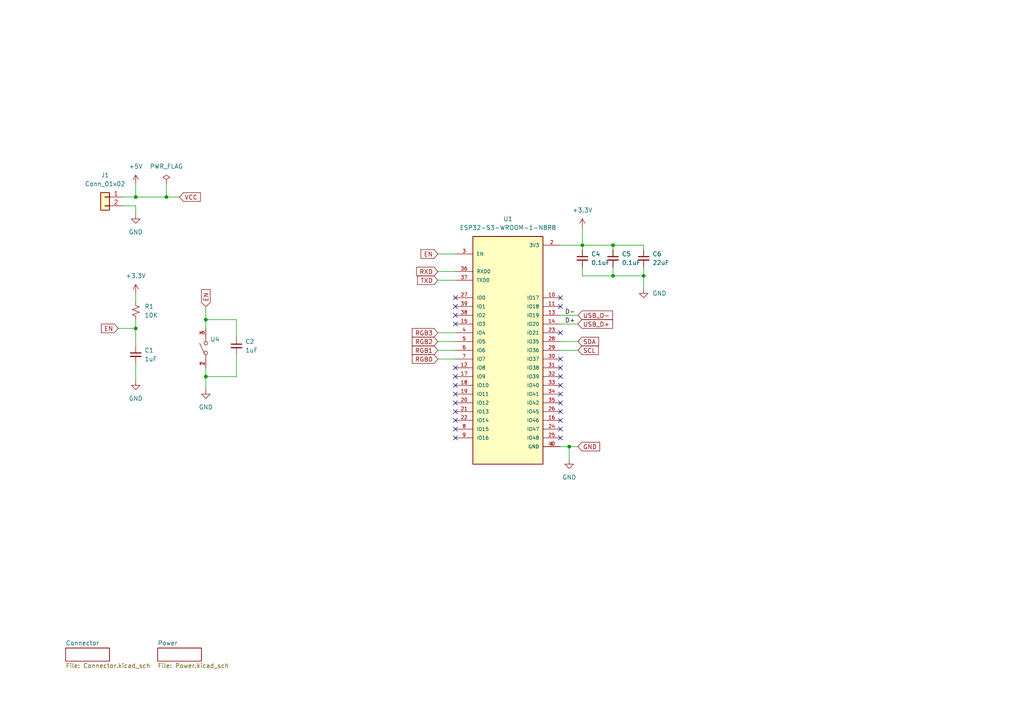
<source format=kicad_sch>
(kicad_sch (version 20211123) (generator eeschema)
  (paper "A4")
  (lib_symbols
    (symbol "Connector_Generic:Conn_01x02" (pin_names (offset 1.016) hide)
      (property "Reference" "J" (at 0 2.54 0))
      (property "Value" "Conn_01x02" (at 0 -5.08 0))
      (symbol "Conn_01x02_1_1"
        (rectangle (start -1.27 -2.413) (end 0 -2.667) (stroke (width 0.1524)))
        (rectangle (start -1.27 0.127) (end 0 -0.127) (stroke (width 0.1524)))
        (rectangle (start -1.27 1.27) (end 1.27 -3.81) (stroke (width 0.254)) (fill (type background)))
        (pin passive line (at -5.08 0 0) (length 3.81) (name "Pin_1") (number "1"))
        (pin passive line (at -5.08 -2.54 0) (length 3.81) (name "Pin_2") (number "2"))
      )
    )
    (symbol "Device:C_Small" (pin_numbers hide) (pin_names (offset 0.254) hide)
      (property "Reference" "C" (at 0.254 1.778 0))
      (property "Value" "C_Small" (at 0.254 -2.032 0))
      (symbol "C_Small_0_1"
        (polyline (pts (xy -1.524 -0.508) (xy 1.524 -0.508)) (stroke (width 0.3302)))
        (polyline (pts (xy -1.524 0.508) (xy 1.524 0.508)) (stroke (width 0.3048)))
      )
      (symbol "C_Small_1_1"
        (pin passive line (at 0 2.54 270) (length 2.032) (name "~") (number "1"))
        (pin passive line (at 0 -2.54 90) (length 2.032) (name "~") (number "2"))
      )
    )
    (symbol "Device:R_Small_US" (pin_numbers hide) (pin_names (offset 0.254) hide)
      (property "Reference" "R" (at 0.762 0.508 0))
      (property "Value" "R_Small_US" (at 0.762 -1.016 0))
      (symbol "R_Small_US_1_1"
        (polyline (pts (xy 0 0) (xy 1.016 -0.381) (xy 0 -0.762) (xy -1.016 -1.143) (xy 0 -1.524)))
        (polyline (pts (xy 0 1.524) (xy 1.016 1.143) (xy 0 0.762) (xy -1.016 0.381) (xy 0 0)))
        (pin passive line (at 0 2.54 270) (length 1.016) (name "~") (number "1"))
        (pin passive line (at 0 -2.54 90) (length 1.016) (name "~") (number "2"))
      )
    )
    (symbol "Dotworld:Tactile_Switch"
      (property "Reference" "U" (at 0 6.35 0))
      (property "Value" "Tactile_Switch" (at 0 0 0))
      (property "Footprint" "Dotworld:Tactile_Switch" (at 0 0 0))
      (symbol "Tactile_Switch_0_1"
        (circle (center -0.762 2.54) (radius 0.508))
        (polyline (pts (xy -2.54 2.54) (xy -1.27 2.54)))
        (polyline (pts (xy -0.762 3.048) (xy 2.032 4.318)))
        (polyline (pts (xy 3.81 2.54) (xy 2.54 2.54)))
        (circle (center 2.032 2.54) (radius 0.508))
      )
      (symbol "Tactile_Switch_1_1"
        (pin input line (at -5.08 2.54 0) (length 2.54) (name "") (number "1"))
        (pin input line (at -5.08 2.54 0) (length 2.54) (name "") (number "2"))
        (pin input line (at 6.35 2.54 180) (length 2.54) (name "") (number "3"))
        (pin input line (at 6.35 2.54 180) (length 2.54) (name "") (number "4"))
      )
    )
    (symbol "ESP32-S3:ESP32-S3-WROOM-1-N8R8" (pin_names (offset 1.016))
      (property "Reference" "U" (at -10.16 34.1122 0))
      (property "Value" "ESP32-S3-WROOM-1-N8R8" (at -10.16 -35.56 0))
      (symbol "ESP32-S3-WROOM-1-N8R8_0_0"
        (rectangle (start -10.16 -33.02) (end 10.16 33.02) (stroke (width 0.254)) (fill (type background)))
        (pin power_in line (at 15.24 -27.94 180) (length 5.08) (name "GND") (number "1"))
        (pin bidirectional line (at 15.24 15.24 180) (length 5.08) (name "IO17") (number "10"))
        (pin bidirectional line (at 15.24 12.7 180) (length 5.08) (name "IO18") (number "11"))
        (pin bidirectional line (at -15.24 -5.08 0) (length 5.08) (name "IO8") (number "12"))
        (pin bidirectional line (at 15.24 10.16 180) (length 5.08) (name "IO19") (number "13"))
        (pin bidirectional line (at 15.24 7.62 180) (length 5.08) (name "IO20") (number "14"))
        (pin bidirectional line (at -15.24 7.62 0) (length 5.08) (name "IO3") (number "15"))
        (pin bidirectional line (at 15.24 -20.32 180) (length 5.08) (name "IO46") (number "16"))
        (pin bidirectional line (at -15.24 -7.62 0) (length 5.08) (name "IO9") (number "17"))
        (pin bidirectional line (at -15.24 -10.16 0) (length 5.08) (name "IO10") (number "18"))
        (pin bidirectional line (at -15.24 -12.7 0) (length 5.08) (name "IO11") (number "19"))
        (pin power_in line (at 15.24 30.48 180) (length 5.08) (name "3V3") (number "2"))
        (pin bidirectional line (at -15.24 -15.24 0) (length 5.08) (name "IO12") (number "20"))
        (pin bidirectional line (at -15.24 -17.78 0) (length 5.08) (name "IO13") (number "21"))
        (pin bidirectional line (at -15.24 -20.32 0) (length 5.08) (name "IO14") (number "22"))
        (pin bidirectional line (at 15.24 5.08 180) (length 5.08) (name "IO21") (number "23"))
        (pin bidirectional line (at 15.24 -22.86 180) (length 5.08) (name "IO47") (number "24"))
        (pin bidirectional line (at 15.24 -25.4 180) (length 5.08) (name "IO48") (number "25"))
        (pin bidirectional line (at 15.24 -17.78 180) (length 5.08) (name "IO45") (number "26"))
        (pin bidirectional line (at -15.24 15.24 0) (length 5.08) (name "IO0") (number "27"))
        (pin bidirectional line (at 15.24 2.54 180) (length 5.08) (name "IO35") (number "28"))
        (pin bidirectional line (at 15.24 0 180) (length 5.08) (name "IO36") (number "29"))
        (pin input line (at -15.24 27.94 0) (length 5.08) (name "EN") (number "3"))
        (pin bidirectional line (at 15.24 -2.54 180) (length 5.08) (name "IO37") (number "30"))
        (pin bidirectional line (at 15.24 -5.08 180) (length 5.08) (name "IO38") (number "31"))
        (pin bidirectional line (at 15.24 -7.62 180) (length 5.08) (name "IO39") (number "32"))
        (pin bidirectional line (at 15.24 -10.16 180) (length 5.08) (name "IO40") (number "33"))
        (pin bidirectional line (at 15.24 -12.7 180) (length 5.08) (name "IO41") (number "34"))
        (pin bidirectional line (at 15.24 -15.24 180) (length 5.08) (name "IO42") (number "35"))
        (pin bidirectional line (at -15.24 22.86 0) (length 5.08) (name "RXD0") (number "36"))
        (pin bidirectional line (at -15.24 20.32 0) (length 5.08) (name "TXD0") (number "37"))
        (pin bidirectional line (at -15.24 10.16 0) (length 5.08) (name "IO2") (number "38"))
        (pin bidirectional line (at -15.24 12.7 0) (length 5.08) (name "IO1") (number "39"))
        (pin bidirectional line (at -15.24 5.08 0) (length 5.08) (name "IO4") (number "4"))
        (pin power_in line (at 15.24 -27.94 180) (length 5.08) (name "GND") (number "40"))
        (pin bidirectional line (at -15.24 2.54 0) (length 5.08) (name "IO5") (number "5"))
        (pin bidirectional line (at -15.24 0 0) (length 5.08) (name "IO6") (number "6"))
        (pin bidirectional line (at -15.24 -2.54 0) (length 5.08) (name "IO7") (number "7"))
        (pin bidirectional line (at -15.24 -22.86 0) (length 5.08) (name "IO15") (number "8"))
        (pin bidirectional line (at -15.24 -25.4 0) (length 5.08) (name "IO16") (number "9"))
      )
    )
    (symbol "power:+3.3V" (power) (pin_names (offset 0))
      (property "Value" "+3.3V" (at 0 3.556 0))
      (symbol "+3.3V_0_1"
        (polyline (pts (xy -0.762 1.27) (xy 0 2.54)))
        (polyline (pts (xy 0 0) (xy 0 2.54)))
        (polyline (pts (xy 0 2.54) (xy 0.762 1.27)))
      )
      (symbol "+3.3V_1_1"
        (pin power_in line (at 0 0 90) (length 0) hide (name "+3.3V") (number "1"))
      )
    )
    (symbol "power:+5V" (power) (pin_names (offset 0))
      (property "Value" "+5V" (at 0 3.556 0))
      (symbol "+5V_0_1"
        (polyline (pts (xy -0.762 1.27) (xy 0 2.54)))
        (polyline (pts (xy 0 0) (xy 0 2.54)))
        (polyline (pts (xy 0 2.54) (xy 0.762 1.27)))
      )
      (symbol "+5V_1_1"
        (pin power_in line (at 0 0 90) (length 0) hide (name "+5V") (number "1"))
      )
    )
    (symbol "power:GND" (power) (pin_names (offset 0))
      (property "Value" "GND" (at 0 -3.81 0))
      (symbol "GND_0_1"
        (polyline (pts (xy 0 0) (xy 0 -1.27) (xy 1.27 -1.27) (xy 0 -2.54) (xy -1.27 -1.27) (xy 0 -1.27)))
      )
      (symbol "GND_1_1"
        (pin power_in line (at 0 0 270) (length 0) hide (name "GND") (number "1"))
      )
    )
    (symbol "power:PWR_FLAG" (power) (pin_numbers hide) (pin_names (offset 0) hide)
      (property "Value" "PWR_FLAG" (at 0 3.81 0))
      (symbol "PWR_FLAG_0_0"
        (pin power_out line (at 0 0 90) (length 0) (name "pwr") (number "1"))
      )
      (symbol "PWR_FLAG_0_1"
        (polyline (pts (xy 0 0) (xy 0 1.27) (xy -1.016 1.905) (xy 0 2.54) (xy 1.016 1.905) (xy 0 1.27)))
      )
    )
  )
  (junction (at 165.1 129.54))
  (junction (at 168.91 71.12))
  (junction (at 59.69 109.22))
  (junction (at 186.69 80.01))
  (junction (at 177.8 80.01))
  (junction (at 59.69 92.71))
  (junction (at 177.8 71.12))
  (junction (at 39.37 95.25))
  (junction (at 39.37 57.15))
  (junction (at 48.26 57.15))
  (no_connect (at 162.56 86.36))
  (no_connect (at 162.56 119.38))
  (no_connect (at 162.56 96.52))
  (no_connect (at 162.56 121.92))
  (no_connect (at 132.08 124.46))
  (no_connect (at 132.08 116.84))
  (no_connect (at 132.08 109.22))
  (no_connect (at 162.56 116.84))
  (no_connect (at 162.56 106.68))
  (no_connect (at 132.08 119.38))
  (no_connect (at 162.56 104.14))
  (no_connect (at 162.56 124.46))
  (no_connect (at 162.56 114.3))
  (no_connect (at 132.08 91.44))
  (no_connect (at 162.56 88.9))
  (no_connect (at 132.08 86.36))
  (no_connect (at 132.08 114.3))
  (no_connect (at 132.08 127))
  (no_connect (at 132.08 93.98))
  (no_connect (at 132.08 106.68))
  (no_connect (at 132.08 88.9))
  (no_connect (at 162.56 109.22))
  (no_connect (at 132.08 121.92))
  (no_connect (at 162.56 111.76))
  (no_connect (at 132.08 111.76))
  (no_connect (at 162.56 127))
  (wire (pts (xy 168.91 71.12) (xy 177.8 71.12)))
  (wire (pts (xy 39.37 105.41) (xy 39.37 110.49)))
  (wire (pts (xy 186.69 80.01) (xy 186.69 77.47)))
  (wire (pts (xy 167.64 129.54) (xy 165.1 129.54)))
  (wire (pts (xy 35.56 57.15) (xy 39.37 57.15)))
  (wire (pts (xy 35.56 59.69) (xy 39.37 59.69)))
  (wire (pts (xy 127 73.66) (xy 132.08 73.66)))
  (wire (pts (xy 127 99.06) (xy 132.08 99.06)))
  (wire (pts (xy 48.26 57.15) (xy 52.07 57.15)))
  (wire (pts (xy 39.37 53.34) (xy 39.37 57.15)))
  (wire (pts (xy 127 96.52) (xy 132.08 96.52)))
  (wire (pts (xy 168.91 71.12) (xy 168.91 72.39)))
  (wire (pts (xy 186.69 72.39) (xy 186.69 71.12)))
  (wire (pts (xy 68.58 109.22) (xy 59.69 109.22)))
  (wire (pts (xy 59.69 92.71) (xy 59.69 95.25)))
  (wire (pts (xy 177.8 71.12) (xy 177.8 72.39)))
  (wire (pts (xy 127 101.6) (xy 132.08 101.6)))
  (wire (pts (xy 168.91 77.47) (xy 168.91 80.01)))
  (wire (pts (xy 39.37 85.09) (xy 39.37 87.63)))
  (wire (pts (xy 168.91 71.12) (xy 162.56 71.12)))
  (wire (pts (xy 168.91 80.01) (xy 177.8 80.01)))
  (wire (pts (xy 186.69 80.01) (xy 186.69 83.82)))
  (wire (pts (xy 68.58 92.71) (xy 59.69 92.71)))
  (wire (pts (xy 48.26 53.34) (xy 48.26 57.15)))
  (wire (pts (xy 59.69 113.03) (xy 59.69 109.22)))
  (wire (pts (xy 177.8 71.12) (xy 186.69 71.12)))
  (wire (pts (xy 68.58 102.87) (xy 68.58 109.22)))
  (wire (pts (xy 168.91 66.04) (xy 168.91 71.12)))
  (wire (pts (xy 39.37 95.25) (xy 39.37 100.33)))
  (wire (pts (xy 162.56 93.98) (xy 167.64 93.98)))
  (wire (pts (xy 177.8 80.01) (xy 186.69 80.01)))
  (wire (pts (xy 167.64 101.6) (xy 162.56 101.6)))
  (wire (pts (xy 39.37 92.71) (xy 39.37 95.25)))
  (wire (pts (xy 177.8 77.47) (xy 177.8 80.01)))
  (wire (pts (xy 127 104.14) (xy 132.08 104.14)))
  (wire (pts (xy 127 81.28) (xy 132.08 81.28)))
  (wire (pts (xy 165.1 129.54) (xy 165.1 133.35)))
  (wire (pts (xy 59.69 88.9) (xy 59.69 92.71)))
  (wire (pts (xy 127 78.74) (xy 132.08 78.74)))
  (wire (pts (xy 165.1 129.54) (xy 162.56 129.54)))
  (wire (pts (xy 39.37 57.15) (xy 48.26 57.15)))
  (wire (pts (xy 34.29 95.25) (xy 39.37 95.25)))
  (wire (pts (xy 167.64 99.06) (xy 162.56 99.06)))
  (wire (pts (xy 39.37 59.69) (xy 39.37 62.23)))
  (wire (pts (xy 162.56 91.44) (xy 167.64 91.44)))
  (wire (pts (xy 68.58 97.79) (xy 68.58 92.71)))
  (wire (pts (xy 59.69 109.22) (xy 59.69 106.68)))
  (label "D-" (at 163.83 91.44 0))
  (label "D+" (at 163.83 93.98 0))
  (global_label "EN" (shape input) (at 34.29 95.25 180) (property "Intersheet References" "${INTERSHEET_REFS}" (effects hide)))
  (global_label "SDA" (shape input) (at 167.64 99.06 0) (property "Intersheet References" "${INTERSHEET_REFS}" (effects hide)))
  (global_label "RGB3" (shape input) (at 127 96.52 180) (property "Intersheet References" "${INTERSHEET_REFS}" (effects hide)))
  (global_label "SCL" (shape input) (at 167.64 101.6 0) (property "Intersheet References" "${INTERSHEET_REFS}" (effects hide)))
  (global_label "TXD" (shape input) (at 127 81.28 180) (property "Intersheet References" "${INTERSHEET_REFS}" (effects hide)))
  (global_label "EN" (shape input) (at 127 73.66 180) (property "Intersheet References" "${INTERSHEET_REFS}" (effects hide)))
  (global_label "RGB1" (shape input) (at 127 101.6 180) (property "Intersheet References" "${INTERSHEET_REFS}" (effects hide)))
  (global_label "GND" (shape input) (at 167.64 129.54 0) (property "Intersheet References" "${INTERSHEET_REFS}" (effects hide)))
  (global_label "USB_D-" (shape input) (at 167.64 91.44 0) (property "Intersheet References" "${INTERSHEET_REFS}" (effects hide)))
  (global_label "RGB0" (shape input) (at 127 104.14 180) (property "Intersheet References" "${INTERSHEET_REFS}" (effects hide)))
  (global_label "VCC" (shape input) (at 52.07 57.15 0) (property "Intersheet References" "${INTERSHEET_REFS}" (effects hide)))
  (global_label "EN" (shape input) (at 59.69 88.9 90) (property "Intersheet References" "${INTERSHEET_REFS}" (effects hide)))
  (global_label "RGB2" (shape input) (at 127 99.06 180) (property "Intersheet References" "${INTERSHEET_REFS}" (effects hide)))
  (global_label "RXD" (shape input) (at 127 78.74 180) (property "Intersheet References" "${INTERSHEET_REFS}" (effects hide)))
  (global_label "USB_D+" (shape input) (at 167.64 93.98 0) (property "Intersheet References" "${INTERSHEET_REFS}" (effects hide)))
  (symbol (lib_id "power:GND") (at 39.37 110.49 0) (unit 1)
    (property "Reference" "#PWR04" (effects hide))
    (property "Value" "GND" (at 39.37 115.57 0))
  )
  (symbol (lib_id "power:+3.3V") (at 39.37 85.09 0) (unit 1)
    (property "Reference" "#PWR03" (effects hide))
    (property "Value" "+3.3V" (at 39.37 80.01 0))
  )
  (symbol (lib_id "Device:C_Small") (at 168.91 74.93 0) (unit 1)
    (property "Reference" "C4" (at 171.45 73.6662 0) (effects (justify left)))
    (property "Value" "0.1uF" (at 171.45 76.2062 0) (effects (justify left)))
    (property "Footprint" "Capacitor_SMD:C_0603_1608Metric" (effects hide))
  )
  (symbol (lib_id "power:GND") (at 186.69 83.82 0) (unit 1)
    (property "Reference" "#PWR09" (effects hide))
    (property "Value" "GND" (at 189.23 85.0899 0) (effects (justify left)))
  )
  (symbol (lib_id "Device:C_Small") (at 186.69 74.93 0) (unit 1)
    (property "Reference" "C6" (at 189.23 73.6662 0) (effects (justify left)))
    (property "Value" "22uF" (at 189.23 76.2062 0) (effects (justify left)))
    (property "Footprint" "Capacitor_SMD:C_0603_1608Metric" (effects hide))
  )
  (symbol (lib_id "ESP32-S3:ESP32-S3-WROOM-1-N8R8") (at 147.32 101.6 0) (unit 1)
    (property "Reference" "U1" (at 147.32 63.5 0))
    (property "Value" "ESP32-S3-WROOM-1-N8R8" (at 147.32 66.04 0))
    (property "Footprint" "ESP32-S3:ESP32S3WROOM1N8R8" (effects hide))
  )
  (symbol (lib_id "power:GND") (at 59.69 113.03 0) (unit 1)
    (property "Reference" "#PWR0101" (effects hide))
    (property "Value" "GND" (at 59.69 118.11 0))
  )
  (symbol (lib_id "Dotworld:Tactile_Switch") (at 62.23 101.6 90) (unit 1)
    (property "Reference" "U4" (at 60.96 98.4249 90) (effects (justify right)))
    (property "Value" "Tactile_Switch" (effects hide))
    (property "Footprint" "Dotworld:Tactile_Switch" (effects hide))
  )
  (symbol (lib_id "Device:R_Small_US") (at 39.37 90.17 0) (unit 1)
    (property "Reference" "R1" (at 41.91 88.8999 0) (effects (justify left)))
    (property "Value" "10K" (at 41.91 91.4399 0) (effects (justify left)))
    (property "Footprint" "Resistor_SMD:R_0603_1608Metric" (effects hide))
  )
  (symbol (lib_id "power:+3.3V") (at 168.91 66.04 0) (unit 1)
    (property "Reference" "#PWR08" (effects hide))
    (property "Value" "+3.3V" (at 168.91 60.96 0))
  )
  (symbol (lib_id "Device:C_Small") (at 39.37 102.87 0) (unit 1)
    (property "Reference" "C1" (at 41.91 101.6062 0) (effects (justify left)))
    (property "Value" "1uF" (at 41.91 104.1462 0) (effects (justify left)))
    (property "Footprint" "Capacitor_SMD:C_0603_1608Metric" (effects hide))
  )
  (symbol (lib_id "power:GND") (at 39.37 62.23 0) (unit 1)
    (property "Reference" "#PWR02" (effects hide))
    (property "Value" "GND" (at 39.37 67.31 0))
  )
  (symbol (lib_id "Connector_Generic:Conn_01x02") (at 30.48 57.15 0) (mirror y) (unit 1)
    (property "Reference" "J1" (at 30.48 50.8 0))
    (property "Value" "Conn_01x02" (at 30.48 53.34 0))
    (property "Footprint" "Connector_JST:JST_VH_B2P-VH-B_1x02_P3.96mm_Vertical" (effects hide))
  )
  (symbol (lib_id "power:+5V") (at 39.37 53.34 0) (unit 1)
    (property "Reference" "#PWR01" (effects hide))
    (property "Value" "+5V" (at 39.37 48.26 0))
  )
  (symbol (lib_id "Device:C_Small") (at 177.8 74.93 0) (unit 1)
    (property "Reference" "C5" (at 180.34 73.6662 0) (effects (justify left)))
    (property "Value" "0.1uF" (at 180.34 76.2062 0) (effects (justify left)))
    (property "Footprint" "Capacitor_SMD:C_0603_1608Metric" (effects hide))
  )
  (symbol (lib_id "Device:C_Small") (at 68.58 100.33 0) (unit 1)
    (property "Reference" "C2" (at 71.12 99.0662 0) (effects (justify left)))
    (property "Value" "1uF" (at 71.12 101.6062 0) (effects (justify left)))
    (property "Footprint" "Capacitor_SMD:C_0603_1608Metric" (effects hide))
  )
  (symbol (lib_id "power:PWR_FLAG") (at 48.26 53.34 0) (unit 1)
    (property "Reference" "#FLG01" (effects hide))
    (property "Value" "PWR_FLAG" (at 48.26 48.26 0))
  )
  (symbol (lib_id "power:GND") (at 165.1 133.35 0) (unit 1)
    (property "Reference" "#PWR07" (effects hide))
    (property "Value" "GND" (at 165.1 138.43 0))
  )
  (sheet (at 19.05 187.96) (size 12.7 3.81) (stroke (width 0.1524))
    (property "Sheet name" "Connector" (at 19.05 187.2484 0) (effects (justify left bottom)))
    (property "Sheet file" "Connector.kicad_sch" (at 19.05 192.3546 0) (effects (justify left top)))
  )
  (sheet (at 45.72 187.96) (size 12.7 3.81) (stroke (width 0.1524))
    (property "Sheet name" "Power" (at 45.72 187.2484 0) (effects (justify left bottom)))
    (property "Sheet file" "Power.kicad_sch" (at 45.72 192.3546 0) (effects (justify left top)))
  )
)
</source>
